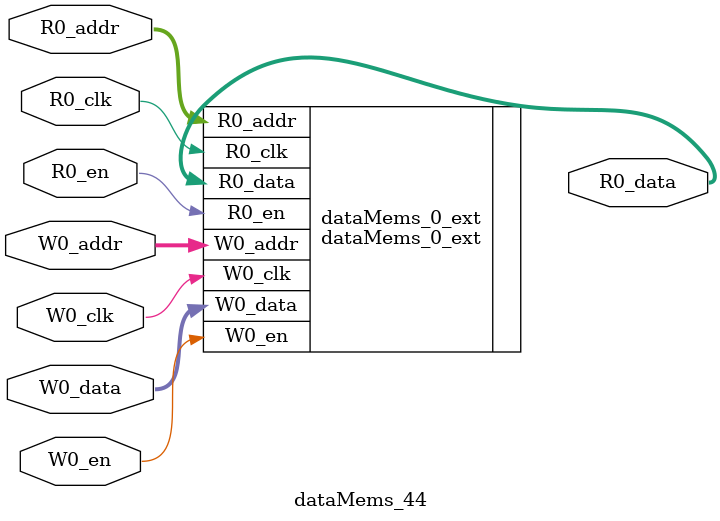
<source format=sv>
`ifndef RANDOMIZE
  `ifdef RANDOMIZE_REG_INIT
    `define RANDOMIZE
  `endif // RANDOMIZE_REG_INIT
`endif // not def RANDOMIZE
`ifndef RANDOMIZE
  `ifdef RANDOMIZE_MEM_INIT
    `define RANDOMIZE
  `endif // RANDOMIZE_MEM_INIT
`endif // not def RANDOMIZE

`ifndef RANDOM
  `define RANDOM $random
`endif // not def RANDOM

// Users can define 'PRINTF_COND' to add an extra gate to prints.
`ifndef PRINTF_COND_
  `ifdef PRINTF_COND
    `define PRINTF_COND_ (`PRINTF_COND)
  `else  // PRINTF_COND
    `define PRINTF_COND_ 1
  `endif // PRINTF_COND
`endif // not def PRINTF_COND_

// Users can define 'ASSERT_VERBOSE_COND' to add an extra gate to assert error printing.
`ifndef ASSERT_VERBOSE_COND_
  `ifdef ASSERT_VERBOSE_COND
    `define ASSERT_VERBOSE_COND_ (`ASSERT_VERBOSE_COND)
  `else  // ASSERT_VERBOSE_COND
    `define ASSERT_VERBOSE_COND_ 1
  `endif // ASSERT_VERBOSE_COND
`endif // not def ASSERT_VERBOSE_COND_

// Users can define 'STOP_COND' to add an extra gate to stop conditions.
`ifndef STOP_COND_
  `ifdef STOP_COND
    `define STOP_COND_ (`STOP_COND)
  `else  // STOP_COND
    `define STOP_COND_ 1
  `endif // STOP_COND
`endif // not def STOP_COND_

// Users can define INIT_RANDOM as general code that gets injected into the
// initializer block for modules with registers.
`ifndef INIT_RANDOM
  `define INIT_RANDOM
`endif // not def INIT_RANDOM

// If using random initialization, you can also define RANDOMIZE_DELAY to
// customize the delay used, otherwise 0.002 is used.
`ifndef RANDOMIZE_DELAY
  `define RANDOMIZE_DELAY 0.002
`endif // not def RANDOMIZE_DELAY

// Define INIT_RANDOM_PROLOG_ for use in our modules below.
`ifndef INIT_RANDOM_PROLOG_
  `ifdef RANDOMIZE
    `ifdef VERILATOR
      `define INIT_RANDOM_PROLOG_ `INIT_RANDOM
    `else  // VERILATOR
      `define INIT_RANDOM_PROLOG_ `INIT_RANDOM #`RANDOMIZE_DELAY begin end
    `endif // VERILATOR
  `else  // RANDOMIZE
    `define INIT_RANDOM_PROLOG_
  `endif // RANDOMIZE
`endif // not def INIT_RANDOM_PROLOG_

// Include register initializers in init blocks unless synthesis is set
`ifndef SYNTHESIS
  `ifndef ENABLE_INITIAL_REG_
    `define ENABLE_INITIAL_REG_
  `endif // not def ENABLE_INITIAL_REG_
`endif // not def SYNTHESIS

// Include rmemory initializers in init blocks unless synthesis is set
`ifndef SYNTHESIS
  `ifndef ENABLE_INITIAL_MEM_
    `define ENABLE_INITIAL_MEM_
  `endif // not def ENABLE_INITIAL_MEM_
`endif // not def SYNTHESIS

module dataMems_44(	// @[generators/ara/src/main/scala/UnsafeAXI4ToTL.scala:365:62]
  input  [4:0]  R0_addr,
  input         R0_en,
  input         R0_clk,
  output [66:0] R0_data,
  input  [4:0]  W0_addr,
  input         W0_en,
  input         W0_clk,
  input  [66:0] W0_data
);

  dataMems_0_ext dataMems_0_ext (	// @[generators/ara/src/main/scala/UnsafeAXI4ToTL.scala:365:62]
    .R0_addr (R0_addr),
    .R0_en   (R0_en),
    .R0_clk  (R0_clk),
    .R0_data (R0_data),
    .W0_addr (W0_addr),
    .W0_en   (W0_en),
    .W0_clk  (W0_clk),
    .W0_data (W0_data)
  );
endmodule


</source>
